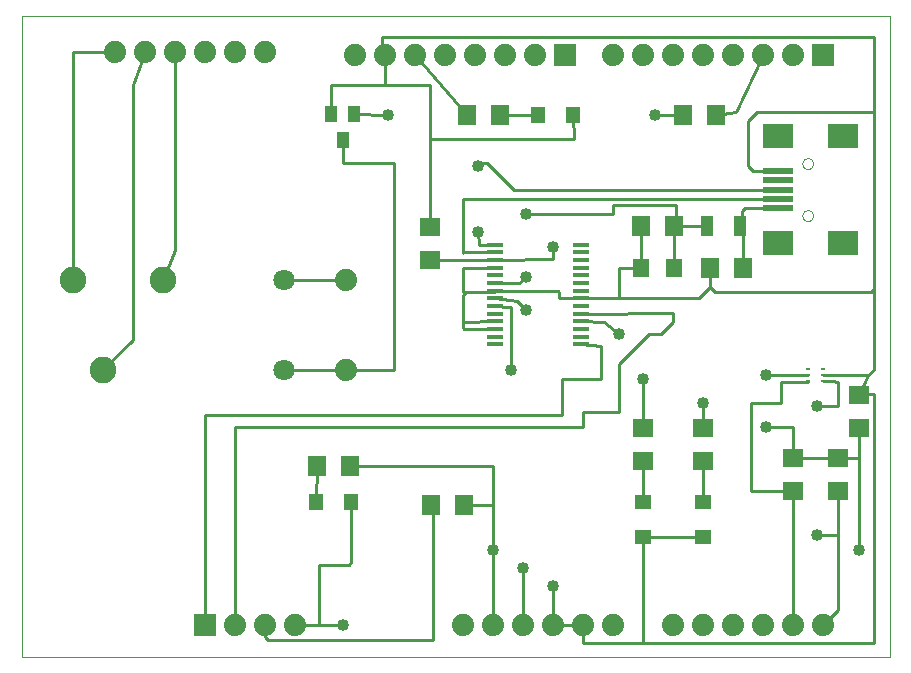
<source format=gtl>
G75*
G70*
%OFA0B0*%
%FSLAX24Y24*%
%IPPOS*%
%LPD*%
%AMOC8*
5,1,8,0,0,1.08239X$1,22.5*
%
%ADD10C,0.0000*%
%ADD11R,0.0550X0.0137*%
%ADD12R,0.0984X0.0197*%
%ADD13R,0.0984X0.0787*%
%ADD14R,0.0157X0.0098*%
%ADD15R,0.0472X0.0551*%
%ADD16R,0.0709X0.0630*%
%ADD17R,0.0630X0.0709*%
%ADD18R,0.0740X0.0740*%
%ADD19C,0.0740*%
%ADD20R,0.0551X0.0472*%
%ADD21R,0.0394X0.0551*%
%ADD22C,0.0886*%
%ADD23C,0.0709*%
%ADD24R,0.0394X0.0709*%
%ADD25R,0.0551X0.0630*%
%ADD26C,0.0100*%
%ADD27C,0.0400*%
D10*
X000106Y000430D02*
X000106Y021786D01*
X029037Y021786D01*
X029037Y000430D01*
X000106Y000430D01*
X026129Y015144D02*
X026131Y015170D01*
X026137Y015196D01*
X026147Y015221D01*
X026160Y015244D01*
X026176Y015264D01*
X026196Y015282D01*
X026218Y015297D01*
X026241Y015309D01*
X026267Y015317D01*
X026293Y015321D01*
X026319Y015321D01*
X026345Y015317D01*
X026371Y015309D01*
X026395Y015297D01*
X026416Y015282D01*
X026436Y015264D01*
X026452Y015244D01*
X026465Y015221D01*
X026475Y015196D01*
X026481Y015170D01*
X026483Y015144D01*
X026481Y015118D01*
X026475Y015092D01*
X026465Y015067D01*
X026452Y015044D01*
X026436Y015024D01*
X026416Y015006D01*
X026394Y014991D01*
X026371Y014979D01*
X026345Y014971D01*
X026319Y014967D01*
X026293Y014967D01*
X026267Y014971D01*
X026241Y014979D01*
X026217Y014991D01*
X026196Y015006D01*
X026176Y015024D01*
X026160Y015044D01*
X026147Y015067D01*
X026137Y015092D01*
X026131Y015118D01*
X026129Y015144D01*
X026129Y016876D02*
X026131Y016902D01*
X026137Y016928D01*
X026147Y016953D01*
X026160Y016976D01*
X026176Y016996D01*
X026196Y017014D01*
X026218Y017029D01*
X026241Y017041D01*
X026267Y017049D01*
X026293Y017053D01*
X026319Y017053D01*
X026345Y017049D01*
X026371Y017041D01*
X026395Y017029D01*
X026416Y017014D01*
X026436Y016996D01*
X026452Y016976D01*
X026465Y016953D01*
X026475Y016928D01*
X026481Y016902D01*
X026483Y016876D01*
X026481Y016850D01*
X026475Y016824D01*
X026465Y016799D01*
X026452Y016776D01*
X026436Y016756D01*
X026416Y016738D01*
X026394Y016723D01*
X026371Y016711D01*
X026345Y016703D01*
X026319Y016699D01*
X026293Y016699D01*
X026267Y016703D01*
X026241Y016711D01*
X026217Y016723D01*
X026196Y016738D01*
X026176Y016756D01*
X026160Y016776D01*
X026147Y016799D01*
X026137Y016824D01*
X026131Y016850D01*
X026129Y016876D01*
D11*
X018746Y014173D03*
X018746Y013918D03*
X018746Y013662D03*
X018746Y013406D03*
X018746Y013150D03*
X018746Y012894D03*
X018746Y012638D03*
X018746Y012382D03*
X018746Y012126D03*
X018746Y011870D03*
X018746Y011614D03*
X018746Y011359D03*
X018746Y011103D03*
X018746Y010847D03*
X015867Y010847D03*
X015867Y011103D03*
X015867Y011359D03*
X015867Y011614D03*
X015867Y011870D03*
X015867Y012126D03*
X015867Y012382D03*
X015867Y012638D03*
X015867Y012894D03*
X015867Y013150D03*
X015867Y013406D03*
X015867Y013662D03*
X015867Y013918D03*
X015867Y014173D03*
D12*
X025322Y015380D03*
X025322Y015695D03*
X025322Y016010D03*
X025322Y016325D03*
X025322Y016640D03*
D13*
X025322Y017782D03*
X027488Y017782D03*
X027488Y014238D03*
X025322Y014238D03*
D14*
X026310Y010022D03*
X026310Y009825D03*
X026306Y009628D03*
X026830Y009628D03*
X026830Y009825D03*
X026830Y010022D03*
D15*
X018497Y018510D03*
X017316Y018510D03*
X011097Y005610D03*
X009916Y005610D03*
D16*
X013706Y013659D03*
X013706Y014761D03*
X020806Y008061D03*
X020806Y006959D03*
X022806Y006959D03*
X022806Y008061D03*
X025806Y007061D03*
X025806Y005959D03*
X027306Y005959D03*
X027306Y007061D03*
X028006Y008059D03*
X028006Y009161D03*
D17*
X024158Y013410D03*
X023055Y013410D03*
X021858Y014810D03*
X020755Y014810D03*
X022155Y018510D03*
X023258Y018510D03*
X016058Y018510D03*
X014955Y018510D03*
X011058Y006810D03*
X009955Y006810D03*
X013755Y005510D03*
X014858Y005510D03*
D18*
X006206Y001510D03*
X018206Y020510D03*
X026806Y020510D03*
D19*
X025806Y020510D03*
X024806Y020510D03*
X023806Y020510D03*
X022806Y020510D03*
X021806Y020510D03*
X020806Y020510D03*
X019806Y020510D03*
X017206Y020510D03*
X016206Y020510D03*
X015206Y020510D03*
X014206Y020510D03*
X013206Y020510D03*
X012206Y020510D03*
X011206Y020510D03*
X008206Y020610D03*
X007206Y020610D03*
X006206Y020610D03*
X005206Y020610D03*
X004206Y020610D03*
X003206Y020610D03*
X010906Y013010D03*
X010906Y010010D03*
X009206Y001510D03*
X008206Y001510D03*
X007206Y001510D03*
X014806Y001510D03*
X015806Y001510D03*
X016806Y001510D03*
X017806Y001510D03*
X018806Y001510D03*
X019806Y001510D03*
X021806Y001510D03*
X022806Y001510D03*
X023806Y001510D03*
X024806Y001510D03*
X025806Y001510D03*
X026806Y001510D03*
D20*
X022806Y004420D03*
X022806Y005601D03*
X020806Y005601D03*
X020806Y004420D03*
D21*
X010806Y017677D03*
X010432Y018543D03*
X011180Y018543D03*
D22*
X004832Y013002D03*
X001800Y013002D03*
X002824Y010010D03*
D23*
X008847Y010010D03*
X008847Y013002D03*
D24*
X022955Y014810D03*
X024058Y014810D03*
D25*
X021858Y013410D03*
X020755Y013410D03*
D26*
X020755Y014810D01*
X019806Y015210D02*
X019806Y015510D01*
X021906Y015510D01*
X021906Y014859D01*
X021858Y014810D01*
X021858Y013410D01*
X020755Y013410D02*
X020006Y013410D01*
X020006Y012382D01*
X022676Y012382D01*
X023055Y012761D01*
X023206Y012610D01*
X028406Y012610D01*
X028506Y012710D01*
X028506Y010010D01*
X028321Y009825D01*
X028006Y009161D01*
X028506Y009210D01*
X028506Y000910D01*
X020806Y000910D01*
X018806Y000910D01*
X018806Y001510D01*
X017806Y001510D01*
X017806Y002810D01*
X016806Y003410D02*
X016806Y001510D01*
X015806Y001510D02*
X015806Y004010D01*
X015806Y005510D01*
X014858Y005510D01*
X015806Y005510D02*
X015806Y006810D01*
X011058Y006810D01*
X009955Y006810D02*
X009916Y005610D01*
X011097Y005610D02*
X011097Y003601D01*
X011006Y003510D01*
X010006Y003510D01*
X010006Y001510D01*
X010806Y001510D01*
X010006Y001510D02*
X009206Y001510D01*
X008206Y001510D02*
X008206Y001110D01*
X008306Y001010D01*
X013806Y001010D01*
X013806Y005459D01*
X013755Y005510D01*
X018106Y008510D02*
X006206Y008510D01*
X006206Y001510D01*
X007206Y001510D02*
X007206Y008110D01*
X018806Y008110D01*
X018806Y008610D01*
X020006Y008610D01*
X020006Y010210D01*
X021006Y011210D01*
X021406Y011210D01*
X021806Y011610D01*
X021806Y011910D01*
X018746Y011870D01*
X018746Y011614D02*
X019506Y011610D01*
X020006Y011210D01*
X019406Y010810D02*
X019406Y009710D01*
X018106Y009710D01*
X018106Y008510D01*
X016406Y010010D02*
X016406Y012110D01*
X016306Y012110D01*
X015867Y012126D01*
X015867Y012382D02*
X016606Y012310D01*
X016906Y012010D01*
X015867Y011614D02*
X014806Y011610D01*
X014806Y012510D01*
X014906Y012610D01*
X015839Y012610D01*
X015867Y012638D01*
X017979Y012638D01*
X018006Y012610D01*
X018006Y012410D01*
X018746Y012382D01*
X020006Y012382D01*
X019406Y010810D02*
X018746Y010847D01*
X020806Y009710D02*
X020806Y008061D01*
X020806Y006959D02*
X020806Y005601D01*
X020806Y004420D02*
X020806Y000910D01*
X020806Y004420D02*
X022806Y004420D01*
X022806Y005601D02*
X022806Y006959D01*
X022806Y008061D02*
X022806Y008910D01*
X024406Y008910D02*
X025406Y008910D01*
X025406Y009610D01*
X026306Y009610D01*
X026306Y009628D01*
X026310Y009825D02*
X024906Y009825D01*
X024406Y008910D02*
X024406Y005959D01*
X025806Y005959D01*
X025806Y001510D01*
X026806Y001510D02*
X027306Y002010D01*
X027306Y004510D01*
X027306Y005959D01*
X027306Y007061D02*
X025806Y007061D01*
X025806Y008110D01*
X024906Y008110D01*
X026606Y008810D02*
X027306Y008810D01*
X027306Y009610D01*
X027206Y009610D01*
X027206Y009628D01*
X026830Y009628D01*
X026830Y009825D02*
X028321Y009825D01*
X028006Y008059D02*
X028006Y007061D01*
X027306Y007061D01*
X028006Y007061D02*
X028006Y004010D01*
X027306Y004510D02*
X026606Y004510D01*
X015867Y011359D02*
X014858Y011359D01*
X014806Y011410D01*
X014806Y011610D01*
X014806Y012610D02*
X014906Y012610D01*
X014806Y012610D02*
X014806Y013410D01*
X014811Y013406D01*
X015867Y013406D01*
X015867Y013662D02*
X017806Y013710D01*
X017806Y014110D01*
X016906Y013110D02*
X016690Y012894D01*
X015867Y012894D01*
X015867Y013662D02*
X013706Y013659D01*
X014806Y013910D02*
X014806Y015710D01*
X025307Y015710D01*
X025322Y015695D01*
X025322Y016010D02*
X016506Y016010D01*
X015606Y016910D01*
X015406Y016910D01*
X015306Y016810D01*
X013706Y017710D02*
X018506Y017710D01*
X018497Y018510D01*
X017316Y018510D02*
X016058Y018510D01*
X014955Y018510D02*
X013206Y020510D01*
X012206Y020510D02*
X012206Y019510D01*
X010406Y019510D01*
X010432Y018543D01*
X011180Y018543D02*
X012306Y018510D01*
X012206Y019510D02*
X013706Y019510D01*
X013706Y017710D01*
X013706Y014761D01*
X014806Y013910D02*
X014814Y013918D01*
X015867Y013918D01*
X015867Y014173D02*
X015343Y014173D01*
X015306Y014610D01*
X016906Y015210D02*
X019806Y015210D01*
X021858Y014810D02*
X022955Y014810D01*
X024058Y014810D02*
X024158Y014710D01*
X024158Y013410D01*
X023055Y013410D02*
X023055Y012761D01*
X024058Y014810D02*
X024106Y014859D01*
X024106Y015310D01*
X024206Y015410D01*
X024306Y015410D01*
X024336Y015380D01*
X025322Y015380D01*
X025322Y016640D02*
X024477Y016640D01*
X024306Y016810D01*
X024306Y018310D01*
X024606Y018610D01*
X028506Y018610D01*
X028506Y012710D01*
X023906Y018610D02*
X023258Y018510D01*
X023906Y018610D02*
X024806Y020510D01*
X022155Y018510D02*
X021206Y018510D01*
X028506Y018610D02*
X028506Y021110D01*
X012106Y021110D01*
X012106Y020610D01*
X012206Y020510D01*
X010806Y017677D02*
X010806Y016910D01*
X012506Y016910D01*
X012506Y010010D01*
X010906Y010010D01*
X008847Y010010D01*
X008847Y013002D02*
X010906Y013010D01*
X005206Y014010D02*
X005206Y020610D01*
X004206Y020610D02*
X003806Y019510D01*
X003806Y011010D01*
X002824Y010027D01*
X002824Y010010D01*
X001800Y013002D02*
X001806Y020610D01*
X003206Y020610D01*
X005206Y014010D02*
X004832Y013002D01*
D27*
X012306Y018510D03*
X015306Y016810D03*
X016906Y015210D03*
X017806Y014110D03*
X016906Y013110D03*
X016906Y012010D03*
X016406Y010010D03*
X020006Y011210D03*
X020806Y009710D03*
X022806Y008910D03*
X024906Y008110D03*
X026606Y008810D03*
X024906Y009825D03*
X026606Y004510D03*
X028006Y004010D03*
X017806Y002810D03*
X016806Y003410D03*
X015806Y004010D03*
X010806Y001510D03*
X015306Y014610D03*
X021206Y018510D03*
M02*

</source>
